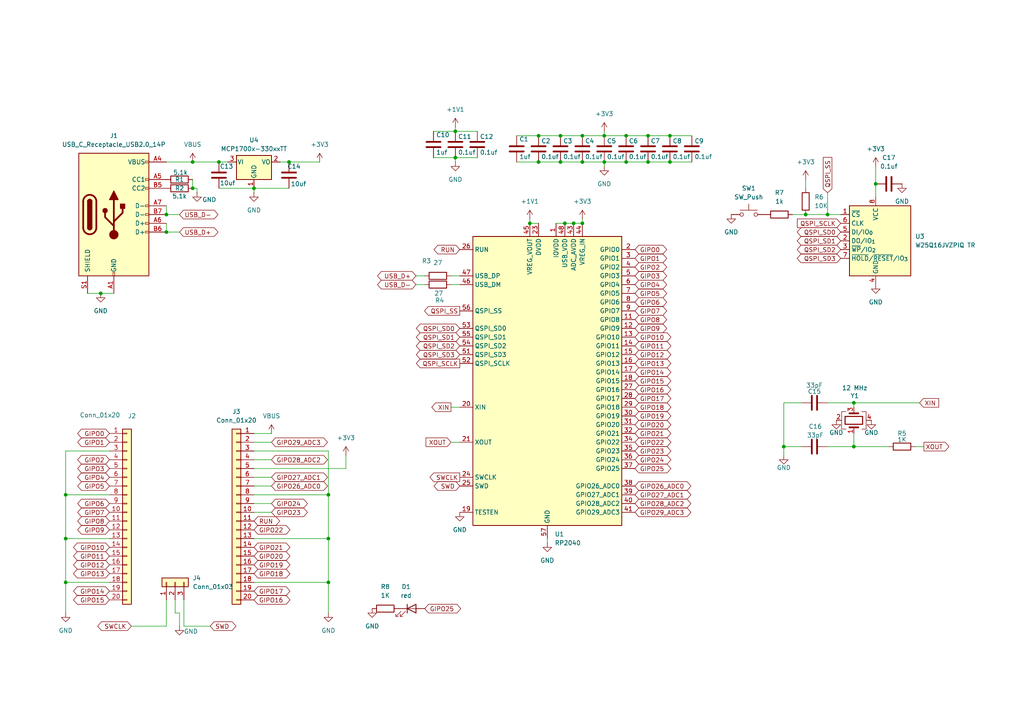
<source format=kicad_sch>
(kicad_sch (version 20250114) (generator "eeschema") (generator_version "9.0")
  (paper "A4")
  (title_block (title "RP2040 Devboard") (company "K Archer"))
  (lib_symbols
    (symbol "Conn_01x20_1" (pin_names (offset 1.016) (hide yes))
      (property "Reference" "J3" (at 0 -31.75 0))
      (property "Value" "Conn_01x20" (at 0 -29.21 0))
      (symbol "Conn_01x20_1_1_1"
        (pin passive line (at -5.08 22.86 0) (length 3.81) (name "Pin_1") (number "20"))
        (pin passive line (at -5.08 20.32 0) (length 3.81) (name "Pin_2") (number "19"))
        (pin passive line (at -5.08 17.78 0) (length 3.81) (name "Pin_3") (number "18"))
        (pin passive line (at -5.08 15.24 0) (length 3.81) (name "Pin_4") (number "17"))
        (pin passive line (at -5.08 12.7 0) (length 3.81) (name "Pin_5") (number "16"))
        (pin passive line (at -5.08 10.16 0) (length 3.81) (name "Pin_6") (number "15"))
        (pin passive line (at -5.08 7.62 0) (length 3.81) (name "Pin_7") (number "14"))
        (pin passive line (at -5.08 5.08 0) (length 3.81) (name "Pin_8") (number "13"))
        (pin passive line (at -5.08 2.54 0) (length 3.81) (name "Pin_9") (number "12"))
        (pin passive line (at -5.08 0 0) (length 3.81) (name "Pin_10") (number "11"))
        (pin passive line (at -5.08 -2.54 0) (length 3.81) (name "Pin_11") (number "10"))
        (pin passive line (at -5.08 -5.08 0) (length 3.81) (name "Pin_12") (number "9"))
        (pin passive line (at -5.08 -7.62 0) (length 3.81) (name "Pin_13") (number "8"))
        (pin passive line (at -5.08 -10.16 0) (length 3.81) (name "Pin_14") (number "7"))
        (pin passive line (at -5.08 -12.7 0) (length 3.81) (name "Pin_15") (number "6"))
        (pin passive line (at -5.08 -15.24 0) (length 3.81) (name "Pin_16") (number "5"))
        (pin passive line (at -5.08 -17.78 0) (length 3.81) (name "Pin_17") (number "4"))
        (pin passive line (at -5.08 -20.32 0) (length 3.81) (name "Pin_18") (number "3"))
        (pin passive line (at -5.08 -22.86 0) (length 3.81) (name "Pin_19") (number "2"))
        (pin passive line (at -5.08 -25.4 0) (length 3.81) (name "Pin_20") (number "1"))
      )
    )
    (symbol "Connector:USB_C_Receptacle_USB2.0_14P" (pin_names (offset 1.016))
      (property "Reference" "J" (at 0 22.225 0))
      (property "Value" "USB_C_Receptacle_USB2.0_14P" (at 0 19.685 0))
      (symbol "USB_C_Receptacle_USB2.0_14P_1_1"
        (pin passive line (at -7.62 -22.86 90) (length 5.08) (name "SHIELD") (number "S1"))
        (pin passive line (at 0 -22.86 90) (length 5.08) (name "GND") (number "A1"))
        (pin passive line (at 0 -22.86 90) (length 5.08) (hide yes) (name "GND") (number "A12"))
        (pin passive line (at 0 -22.86 90) (length 5.08) (hide yes) (name "GND") (number "B1"))
        (pin passive line (at 0 -22.86 90) (length 5.08) (hide yes) (name "GND") (number "B12"))
        (pin passive line (at 15.24 15.24 180) (length 5.08) (name "VBUS") (number "A4"))
        (pin passive line (at 15.24 15.24 180) (length 5.08) (hide yes) (name "VBUS") (number "A9"))
        (pin passive line (at 15.24 15.24 180) (length 5.08) (hide yes) (name "VBUS") (number "B4"))
        (pin passive line (at 15.24 15.24 180) (length 5.08) (hide yes) (name "VBUS") (number "B9"))
        (pin bidirectional line (at 15.24 10.16 180) (length 5.08) (name "CC1") (number "A5"))
        (pin bidirectional line (at 15.24 7.62 180) (length 5.08) (name "CC2") (number "B5"))
        (pin bidirectional line (at 15.24 2.54 180) (length 5.08) (name "D-") (number "A7"))
        (pin bidirectional line (at 15.24 0 180) (length 5.08) (name "D-") (number "B7"))
        (pin bidirectional line (at 15.24 -2.54 180) (length 5.08) (name "D+") (number "A6"))
        (pin bidirectional line (at 15.24 -5.08 180) (length 5.08) (name "D+") (number "B6"))
      )
    )
    (symbol "Connector_Generic:Conn_01x03" (pin_names (offset 1.016) (hide yes))
      (property "Reference" "J" (at 0 5.08 0))
      (property "Value" "Conn_01x03" (at 0 -5.08 0))
      (symbol "Conn_01x03_1_1"
        (pin passive line (at -5.08 2.54 0) (length 3.81) (name "Pin_1") (number "1"))
        (pin passive line (at -5.08 0 0) (length 3.81) (name "Pin_2") (number "2"))
        (pin passive line (at -5.08 -2.54 0) (length 3.81) (name "Pin_3") (number "3"))
      )
    )
    (symbol "Connector_Generic:Conn_01x20" (pin_names (offset 1.016) (hide yes))
      (property "Reference" "J" (at 0 25.4 0))
      (property "Value" "Conn_01x20" (at 0 -27.94 0))
      (symbol "Conn_01x20_1_1"
        (pin passive line (at -5.08 22.86 0) (length 3.81) (name "Pin_1") (number "1"))
        (pin passive line (at -5.08 20.32 0) (length 3.81) (name "Pin_2") (number "2"))
        (pin passive line (at -5.08 17.78 0) (length 3.81) (name "Pin_3") (number "3"))
        (pin passive line (at -5.08 15.24 0) (length 3.81) (name "Pin_4") (number "4"))
        (pin passive line (at -5.08 12.7 0) (length 3.81) (name "Pin_5") (number "5"))
        (pin passive line (at -5.08 10.16 0) (length 3.81) (name "Pin_6") (number "6"))
        (pin passive line (at -5.08 7.62 0) (length 3.81) (name "Pin_7") (number "7"))
        (pin passive line (at -5.08 5.08 0) (length 3.81) (name "Pin_8") (number "8"))
        (pin passive line (at -5.08 2.54 0) (length 3.81) (name "Pin_9") (number "9"))
        (pin passive line (at -5.08 0 0) (length 3.81) (name "Pin_10") (number "10"))
        (pin passive line (at -5.08 -2.54 0) (length 3.81) (name "Pin_11") (number "11"))
        (pin passive line (at -5.08 -5.08 0) (length 3.81) (name "Pin_12") (number "12"))
        (pin passive line (at -5.08 -7.62 0) (length 3.81) (name "Pin_13") (number "13"))
        (pin passive line (at -5.08 -10.16 0) (length 3.81) (name "Pin_14") (number "14"))
        (pin passive line (at -5.08 -12.7 0) (length 3.81) (name "Pin_15") (number "15"))
        (pin passive line (at -5.08 -15.24 0) (length 3.81) (name "Pin_16") (number "16"))
        (pin passive line (at -5.08 -17.78 0) (length 3.81) (name "Pin_17") (number "17"))
        (pin passive line (at -5.08 -20.32 0) (length 3.81) (name "Pin_18") (number "18"))
        (pin passive line (at -5.08 -22.86 0) (length 3.81) (name "Pin_19") (number "19"))
        (pin passive line (at -5.08 -25.4 0) (length 3.81) (name "Pin_20") (number "20"))
      )
    )
    (symbol "Device:C" (pin_numbers (hide yes)) (pin_names (offset 0.254))
      (property "Reference" "C" (at 0.635 2.54 0))
      (property "Value" "C" (at 0.635 -2.54 0))
      (symbol "C_1_1"
        (pin passive line (at 0 3.81 270) (length 2.794) (name "~") (number "1"))
        (pin passive line (at 0 -3.81 90) (length 2.794) (name "~") (number "2"))
      )
    )
    (symbol "Device:Crystal_GND24" (pin_names (offset 1.016) (hide yes))
      (property "Reference" "Y" (at 3.175 5.08 0))
      (property "Value" "Crystal_GND24" (at 3.175 3.175 0))
      (symbol "Crystal_GND24_1_1"
        (pin passive line (at -3.81 0 0) (length 1.27) (name "1") (number "1"))
        (pin passive line (at 0 5.08 270) (length 1.27) (name "2") (number "2"))
        (pin passive line (at 0 -5.08 90) (length 1.27) (name "4") (number "4"))
        (pin passive line (at 3.81 0 180) (length 1.27) (name "3") (number "3"))
      )
    )
    (symbol "Device:LED" (pin_numbers (hide yes)) (pin_names (offset 1.016) (hide yes))
      (property "Reference" "D" (at 0 2.54 0))
      (property "Value" "LED" (at 0 -2.54 0))
      (symbol "LED_1_1"
        (pin passive line (at -3.81 0 0) (length 2.54) (name "K") (number "1"))
        (pin passive line (at 3.81 0 180) (length 2.54) (name "A") (number "2"))
      )
    )
    (symbol "Device:R" (pin_numbers (hide yes)) (pin_names (offset 0))
      (property "Reference" "R" (at 2.032 0 90))
      (property "Value" "R" (at 0 0 90))
      (symbol "R_1_1"
        (pin passive line (at 0 3.81 270) (length 1.27) (name "~") (number "1"))
        (pin passive line (at 0 -3.81 90) (length 1.27) (name "~") (number "2"))
      )
    )
    (symbol "MCU_RaspberryPi:RP2040"
      (property "Reference" "U" (at 17.78 45.72 0))
      (property "Value" "RP2040" (at 17.78 43.18 0))
      (symbol "RP2040_1_1"
        (pin input line (at -25.4 38.1 0) (length 3.81) (name "RUN") (number "26"))
        (pin bidirectional line (at -25.4 30.48 0) (length 3.81) (name "USB_DP") (number "47"))
        (pin bidirectional line (at -25.4 27.94 0) (length 3.81) (name "USB_DM") (number "46"))
        (pin bidirectional line (at -25.4 20.32 0) (length 3.81) (name "QSPI_SS") (number "56"))
        (pin bidirectional line (at -25.4 15.24 0) (length 3.81) (name "QSPI_SD0") (number "53"))
        (pin bidirectional line (at -25.4 12.7 0) (length 3.81) (name "QSPI_SD1") (number "55"))
        (pin bidirectional line (at -25.4 10.16 0) (length 3.81) (name "QSPI_SD2") (number "54"))
        (pin bidirectional line (at -25.4 7.62 0) (length 3.81) (name "QSPI_SD3") (number "51"))
        (pin output line (at -25.4 5.08 0) (length 3.81) (name "QSPI_SCLK") (number "52"))
        (pin input line (at -25.4 -7.62 0) (length 3.81) (name "XIN") (number "20"))
        (pin passive line (at -25.4 -17.78 0) (length 3.81) (name "XOUT") (number "21"))
        (pin input line (at -25.4 -27.94 0) (length 3.81) (name "SWCLK") (number "24"))
        (pin bidirectional line (at -25.4 -30.48 0) (length 3.81) (name "SWD") (number "25"))
        (pin input line (at -25.4 -38.1 0) (length 3.81) (name "TESTEN") (number "19"))
        (pin power_out line (at -5.08 45.72 270) (length 3.81) (name "VREG_VOUT") (number "45"))
        (pin power_in line (at -2.54 45.72 270) (length 3.81) (name "DVDD") (number "23"))
        (pin passive line (at -2.54 45.72 270) (length 3.81) (hide yes) (name "DVDD") (number "50"))
        (pin power_in line (at 0 -45.72 90) (length 3.81) (name "GND") (number "57"))
        (pin power_in line (at 2.54 45.72 270) (length 3.81) (name "IOVDD") (number "1"))
        (pin passive line (at 2.54 45.72 270) (length 3.81) (hide yes) (name "IOVDD") (number "10"))
        (pin passive line (at 2.54 45.72 270) (length 3.81) (hide yes) (name "IOVDD") (number "22"))
        (pin passive line (at 2.54 45.72 270) (length 3.81) (hide yes) (name "IOVDD") (number "33"))
        (pin passive line (at 2.54 45.72 270) (length 3.81) (hide yes) (name "IOVDD") (number "42"))
        (pin passive line (at 2.54 45.72 270) (length 3.81) (hide yes) (name "IOVDD") (number "49"))
        (pin power_in line (at 5.08 45.72 270) (length 3.81) (name "USB_VDD") (number "48"))
        (pin power_in line (at 7.62 45.72 270) (length 3.81) (name "ADC_AVDD") (number "43"))
        (pin power_in line (at 10.16 45.72 270) (length 3.81) (name "VREG_IN") (number "44"))
        (pin bidirectional line (at 25.4 38.1 180) (length 3.81) (name "GPIO0") (number "2"))
        (pin bidirectional line (at 25.4 35.56 180) (length 3.81) (name "GPIO1") (number "3"))
        (pin bidirectional line (at 25.4 33.02 180) (length 3.81) (name "GPIO2") (number "4"))
        (pin bidirectional line (at 25.4 30.48 180) (length 3.81) (name "GPIO3") (number "5"))
        (pin bidirectional line (at 25.4 27.94 180) (length 3.81) (name "GPIO4") (number "6"))
        (pin bidirectional line (at 25.4 25.4 180) (length 3.81) (name "GPIO5") (number "7"))
        (pin bidirectional line (at 25.4 22.86 180) (length 3.81) (name "GPIO6") (number "8"))
        (pin bidirectional line (at 25.4 20.32 180) (length 3.81) (name "GPIO7") (number "9"))
        (pin bidirectional line (at 25.4 17.78 180) (length 3.81) (name "GPIO8") (number "11"))
        (pin bidirectional line (at 25.4 15.24 180) (length 3.81) (name "GPIO9") (number "12"))
        (pin bidirectional line (at 25.4 12.7 180) (length 3.81) (name "GPIO10") (number "13"))
        (pin bidirectional line (at 25.4 10.16 180) (length 3.81) (name "GPIO11") (number "14"))
        (pin bidirectional line (at 25.4 7.62 180) (length 3.81) (name "GPIO12") (number "15"))
        (pin bidirectional line (at 25.4 5.08 180) (length 3.81) (name "GPIO13") (number "16"))
        (pin bidirectional line (at 25.4 2.54 180) (length 3.81) (name "GPIO14") (number "17"))
        (pin bidirectional line (at 25.4 0 180) (length 3.81) (name "GPIO15") (number "18"))
        (pin bidirectional line (at 25.4 -2.54 180) (length 3.81) (name "GPIO16") (number "27"))
        (pin bidirectional line (at 25.4 -5.08 180) (length 3.81) (name "GPIO17") (number "28"))
        (pin bidirectional line (at 25.4 -7.62 180) (length 3.81) (name "GPIO18") (number "29"))
        (pin bidirectional line (at 25.4 -10.16 180) (length 3.81) (name "GPIO19") (number "30"))
        (pin bidirectional line (at 25.4 -12.7 180) (length 3.81) (name "GPIO20") (number "31"))
        (pin bidirectional line (at 25.4 -15.24 180) (length 3.81) (name "GPIO21") (number "32"))
        (pin bidirectional line (at 25.4 -17.78 180) (length 3.81) (name "GPIO22") (number "34"))
        (pin bidirectional line (at 25.4 -20.32 180) (length 3.81) (name "GPIO23") (number "35"))
        (pin bidirectional line (at 25.4 -22.86 180) (length 3.81) (name "GPIO24") (number "36"))
        (pin bidirectional line (at 25.4 -25.4 180) (length 3.81) (name "GPIO25") (number "37"))
        (pin bidirectional line (at 25.4 -30.48 180) (length 3.81) (name "GPIO26_ADC0") (number "38"))
        (pin bidirectional line (at 25.4 -33.02 180) (length 3.81) (name "GPIO27_ADC1") (number "39"))
        (pin bidirectional line (at 25.4 -35.56 180) (length 3.81) (name "GPIO28_ADC2") (number "40"))
        (pin bidirectional line (at 25.4 -38.1 180) (length 3.81) (name "GPIO29_ADC3") (number "41"))
      )
    )
    (symbol "Memory_Flash:W25Q128JVS"
      (property "Reference" "U" (at -6.35 11.43 0))
      (property "Value" "W25Q128JVS" (at 7.62 11.43 0))
      (symbol "W25Q128JVS_1_1"
        (pin input line (at -10.16 7.62 0) (length 2.54) (name "~{CS}") (number "1"))
        (pin input line (at -10.16 5.08 0) (length 2.54) (name "CLK") (number "6"))
        (pin bidirectional line (at -10.16 2.54 0) (length 2.54) (name "DI/IO_{0}") (number "5"))
        (pin bidirectional line (at -10.16 0 0) (length 2.54) (name "DO/IO_{1}") (number "2"))
        (pin bidirectional line (at -10.16 -2.54 0) (length 2.54) (name "~{WP}/IO_{2}") (number "3"))
        (pin bidirectional line (at -10.16 -5.08 0) (length 2.54) (name "~{HOLD}/~{RESET}/IO_{3}") (number "7"))
        (pin power_in line (at 0 12.7 270) (length 2.54) (name "VCC") (number "8"))
        (pin power_in line (at 0 -12.7 90) (length 2.54) (name "GND") (number "4"))
      )
    )
    (symbol "Regulator_Linear:MCP1700x-330xxTT" (pin_names (offset 0.254))
      (property "Reference" "U" (at -3.81 3.175 0))
      (property "Value" "MCP1700x-330xxTT" (at 0 3.175 0))
      (symbol "MCP1700x-330xxTT_1_1"
        (pin power_in line (at -7.62 0 0) (length 2.54) (name "VI") (number "3"))
        (pin power_in line (at 0 -7.62 90) (length 2.54) (name "GND") (number "1"))
        (pin power_out line (at 7.62 0 180) (length 2.54) (name "VO") (number "2"))
      )
    )
    (symbol "Switch:SW_Push" (pin_numbers (hide yes)) (pin_names (offset 1.016) (hide yes))
      (property "Reference" "SW" (at 1.27 2.54 0))
      (property "Value" "SW_Push" (at 0 -1.524 0))
      (symbol "SW_Push_0_1"
        (pin passive line (at -5.08 0 0) (length 2.54) (name "1") (number "1"))
        (pin passive line (at 5.08 0 180) (length 2.54) (name "2") (number "2"))
      )
    )
    (symbol "power:+1V1" (power) (pin_numbers (hide yes)) (pin_names (offset 0) (hide yes))
      (property "Value" "+1V1" (at 0 3.556 0))
      (symbol "+1V1_1_1"
        (pin power_in line (at 0 0 90) (length 0) (name "~") (number "1"))
      )
    )
    (symbol "power:+3V3" (power) (pin_numbers (hide yes)) (pin_names (offset 0) (hide yes))
      (property "Value" "+3V3" (at 0 3.556 0))
      (symbol "+3V3_1_1"
        (pin power_in line (at 0 0 90) (length 0) (name "~") (number "1"))
      )
    )
    (symbol "power:GND" (power) (pin_numbers (hide yes)) (pin_names (offset 0) (hide yes))
      (property "Value" "GND" (at 0 -3.81 0))
      (symbol "GND_1_1"
        (pin power_in line (at 0 0 270) (length 0) (name "~") (number "1"))
      )
    )
    (symbol "power:VBUS" (power) (pin_numbers (hide yes)) (pin_names (offset 0) (hide yes))
      (property "Value" "VBUS" (at 0 3.556 0))
      (symbol "VBUS_1_1"
        (pin power_in line (at 0 0 90) (length 0) (name "~") (number "1"))
      )
    )
  )
  (junction (at 19.05 143.51))
  (junction (at 55.88 54.61))
  (junction (at 162.56 46.99))
  (junction (at 233.68 62.23))
  (junction (at 175.26 46.99))
  (junction (at 55.88 46.99))
  (junction (at 153.67 64.77))
  (junction (at 247.65 116.84))
  (junction (at 163.83 64.77))
  (junction (at 95.25 156.21))
  (junction (at 48.26 62.23))
  (junction (at 63.5 46.99))
  (junction (at 194.31 39.37))
  (junction (at 166.37 64.77))
  (junction (at 181.61 39.37))
  (junction (at 181.61 46.99))
  (junction (at 19.05 156.21))
  (junction (at 227.33 129.54))
  (junction (at 168.91 64.77))
  (junction (at 168.91 46.99))
  (junction (at 168.91 39.37))
  (junction (at 187.96 46.99))
  (junction (at 194.31 46.99))
  (junction (at 48.26 67.31))
  (junction (at 95.25 168.91))
  (junction (at 156.21 46.99))
  (junction (at 175.26 39.37))
  (junction (at 83.82 46.99))
  (junction (at 247.65 129.54))
  (junction (at 73.66 54.61))
  (junction (at 132.08 38.1))
  (junction (at 187.96 39.37))
  (junction (at 162.56 39.37))
  (junction (at 29.21 85.09))
  (junction (at 132.08 45.72))
  (junction (at 95.25 143.51))
  (junction (at 19.05 168.91))
  (junction (at 156.21 39.37))
  (junction (at 240.03 62.23))
  (junction (at 254 53.34))
  (wire (pts (xy 161.29 64.77) (xy 163.83 64.77)))
  (wire (pts (xy 53.34 181.61) (xy 60.96 181.61)))
  (wire (pts (xy 25.4 85.09) (xy 29.21 85.09)))
  (wire (pts (xy 132.08 45.72) (xy 138.43 45.72)))
  (wire (pts (xy 120.65 82.55) (xy 123.19 82.55)))
  (wire (pts (xy 247.65 125.73) (xy 247.65 129.54)))
  (wire (pts (xy 149.86 39.37) (xy 156.21 39.37)))
  (wire (pts (xy 156.21 46.99) (xy 162.56 46.99)))
  (wire (pts (xy 240.03 62.23) (xy 243.84 62.23)))
  (wire (pts (xy 19.05 168.91) (xy 19.05 177.8)))
  (wire (pts (xy 125.73 45.72) (xy 132.08 45.72)))
  (wire (pts (xy 73.66 54.61) (xy 73.66 55.88)))
  (wire (pts (xy 149.86 46.99) (xy 156.21 46.99)))
  (wire (pts (xy 233.68 52.07) (xy 233.68 54.61)))
  (wire (pts (xy 181.61 46.99) (xy 187.96 46.99)))
  (wire (pts (xy 19.05 156.21) (xy 19.05 168.91)))
  (wire (pts (xy 48.26 46.99) (xy 55.88 46.99)))
  (wire (pts (xy 55.88 52.07) (xy 55.88 54.61)))
  (wire (pts (xy 73.66 130.81) (xy 95.25 130.81)))
  (wire (pts (xy 175.26 46.99) (xy 181.61 46.99)))
  (wire (pts (xy 240.03 116.84) (xy 247.65 116.84)))
  (wire (pts (xy 153.67 63.5) (xy 153.67 64.77)))
  (wire (pts (xy 153.67 64.77) (xy 156.21 64.77)))
  (wire (pts (xy 50.8 177.8) (xy 52.07 177.8)))
  (wire (pts (xy 175.26 46.99) (xy 175.26 48.26)))
  (wire (pts (xy 50.8 173.99) (xy 50.8 177.8)))
  (wire (pts (xy 168.91 46.99) (xy 175.26 46.99)))
  (wire (pts (xy 130.81 82.55) (xy 133.35 82.55)))
  (wire (pts (xy 254 53.34) (xy 254 57.15)))
  (wire (pts (xy 73.66 138.43) (xy 78.74 138.43)))
  (wire (pts (xy 175.26 38.1) (xy 175.26 39.37)))
  (wire (pts (xy 132.08 36.83) (xy 132.08 38.1)))
  (wire (pts (xy 168.91 39.37) (xy 175.26 39.37)))
  (wire (pts (xy 29.21 85.09) (xy 33.02 85.09)))
  (wire (pts (xy 240.03 55.88) (xy 240.03 62.23)))
  (wire (pts (xy 166.37 64.77) (xy 168.91 64.77)))
  (wire (pts (xy 187.96 39.37) (xy 194.31 39.37)))
  (wire (pts (xy 247.65 116.84) (xy 266.7 116.84)))
  (wire (pts (xy 240.03 129.54) (xy 247.65 129.54)))
  (wire (pts (xy 63.5 54.61) (xy 73.66 54.61)))
  (wire (pts (xy 73.66 168.91) (xy 95.25 168.91)))
  (wire (pts (xy 194.31 46.99) (xy 200.66 46.99)))
  (wire (pts (xy 125.73 38.1) (xy 132.08 38.1)))
  (wire (pts (xy 73.66 146.05) (xy 78.74 146.05)))
  (wire (pts (xy 95.25 130.81) (xy 95.25 143.51)))
  (wire (pts (xy 130.81 118.11) (xy 133.35 118.11)))
  (wire (pts (xy 175.26 39.37) (xy 181.61 39.37)))
  (wire (pts (xy 48.26 62.23) (xy 52.07 62.23)))
  (wire (pts (xy 19.05 143.51) (xy 31.75 143.51)))
  (wire (pts (xy 19.05 143.51) (xy 19.05 156.21)))
  (wire (pts (xy 73.66 135.89) (xy 100.33 135.89)))
  (wire (pts (xy 100.33 132.08) (xy 100.33 135.89)))
  (wire (pts (xy 73.66 128.27) (xy 78.74 128.27)))
  (wire (pts (xy 247.65 116.84) (xy 247.65 118.11)))
  (wire (pts (xy 73.66 133.35) (xy 78.74 133.35)))
  (wire (pts (xy 130.81 80.01) (xy 133.35 80.01)))
  (wire (pts (xy 31.75 130.81) (xy 19.05 130.81)))
  (wire (pts (xy 95.25 143.51) (xy 95.25 156.21)))
  (wire (pts (xy 52.07 177.8) (xy 52.07 181.61)))
  (wire (pts (xy 73.66 148.59) (xy 78.74 148.59)))
  (wire (pts (xy 55.88 54.61) (xy 57.15 54.61)))
  (wire (pts (xy 120.65 80.01) (xy 123.19 80.01)))
  (wire (pts (xy 55.88 46.99) (xy 63.5 46.99)))
  (wire (pts (xy 227.33 129.54) (xy 232.41 129.54)))
  (wire (pts (xy 156.21 39.37) (xy 162.56 39.37)))
  (wire (pts (xy 181.61 39.37) (xy 187.96 39.37)))
  (wire (pts (xy 57.15 54.61) (xy 57.15 55.88)))
  (wire (pts (xy 73.66 125.73) (xy 78.74 125.73)))
  (wire (pts (xy 48.26 173.99) (xy 48.26 181.61)))
  (wire (pts (xy 163.83 64.77) (xy 166.37 64.77)))
  (wire (pts (xy 254 48.26) (xy 254 53.34)))
  (wire (pts (xy 132.08 38.1) (xy 138.43 38.1)))
  (wire (pts (xy 73.66 156.21) (xy 95.25 156.21)))
  (wire (pts (xy 162.56 46.99) (xy 168.91 46.99)))
  (wire (pts (xy 229.87 62.23) (xy 233.68 62.23)))
  (wire (pts (xy 19.05 156.21) (xy 31.75 156.21)))
  (wire (pts (xy 194.31 39.37) (xy 200.66 39.37)))
  (wire (pts (xy 130.81 128.27) (xy 133.35 128.27)))
  (wire (pts (xy 83.82 46.99) (xy 92.71 46.99)))
  (wire (pts (xy 95.25 168.91) (xy 95.25 177.8)))
  (wire (pts (xy 48.26 64.77) (xy 48.26 67.31)))
  (wire (pts (xy 187.96 46.99) (xy 194.31 46.99)))
  (wire (pts (xy 158.75 157.48) (xy 158.75 156.21)))
  (wire (pts (xy 81.28 46.99) (xy 83.82 46.99)))
  (wire (pts (xy 265.43 129.54) (xy 267.97 129.54)))
  (wire (pts (xy 162.56 39.37) (xy 168.91 39.37)))
  (wire (pts (xy 232.41 116.84) (xy 227.33 116.84)))
  (wire (pts (xy 63.5 46.99) (xy 66.04 46.99)))
  (wire (pts (xy 132.08 45.72) (xy 132.08 46.99)))
  (wire (pts (xy 233.68 62.23) (xy 240.03 62.23)))
  (wire (pts (xy 247.65 129.54) (xy 257.81 129.54)))
  (wire (pts (xy 73.66 143.51) (xy 95.25 143.51)))
  (wire (pts (xy 48.26 67.31) (xy 52.07 67.31)))
  (wire (pts (xy 227.33 116.84) (xy 227.33 129.54)))
  (wire (pts (xy 95.25 156.21) (xy 95.25 168.91)))
  (wire (pts (xy 19.05 168.91) (xy 31.75 168.91)))
  (wire (pts (xy 19.05 130.81) (xy 19.05 143.51)))
  (wire (pts (xy 48.26 181.61) (xy 38.1 181.61)))
  (wire (pts (xy 168.91 63.5) (xy 168.91 64.77)))
  (wire (pts (xy 73.66 140.97) (xy 78.74 140.97)))
  (wire (pts (xy 227.33 129.54) (xy 227.33 132.08)))
  (wire (pts (xy 73.66 54.61) (xy 83.82 54.61)))
  (wire (pts (xy 53.34 181.61) (xy 53.34 173.99)))
  (wire (pts (xy 48.26 59.69) (xy 48.26 62.23)))
  (global_label "GIPO11" (shape bidirectional) (at 31.75 161.29 180) (property "Intersheetrefs" "${INTERSHEET_REFS}" (effects (hide yes))))
  (global_label "QSPI_SD2" (shape bidirectional) (at 243.84 72.39 180) (property "Intersheetrefs" "${INTERSHEET_REFS}" (effects (hide yes))))
  (global_label "GIPO9" (shape bidirectional) (at 31.75 153.67 180) (property "Intersheetrefs" "${INTERSHEET_REFS}" (effects (hide yes))))
  (global_label "GIPO13" (shape bidirectional) (at 31.75 166.37 180) (property "Intersheetrefs" "${INTERSHEET_REFS}" (effects (hide yes))))
  (global_label "GIPO4" (shape bidirectional) (at 184.15 82.55 0) (property "Intersheetrefs" "${INTERSHEET_REFS}" (effects (hide yes))))
  (global_label "GIPO18" (shape bidirectional) (at 184.15 118.11 0) (property "Intersheetrefs" "${INTERSHEET_REFS}" (effects (hide yes))))
  (global_label "GIPO22" (shape bidirectional) (at 184.15 128.27 0) (property "Intersheetrefs" "${INTERSHEET_REFS}" (effects (hide yes))))
  (global_label "USB_D+" (shape bidirectional) (at 120.65 80.01 180) (property "Intersheetrefs" "${INTERSHEET_REFS}" (effects (hide yes))))
  (global_label "GIPO19" (shape bidirectional) (at 73.66 163.83 0) (property "Intersheetrefs" "${INTERSHEET_REFS}" (effects (hide yes))))
  (global_label "GIPO19" (shape bidirectional) (at 184.15 120.65 0) (property "Intersheetrefs" "${INTERSHEET_REFS}" (effects (hide yes))))
  (global_label "GIPO17" (shape bidirectional) (at 73.66 171.45 0) (property "Intersheetrefs" "${INTERSHEET_REFS}" (effects (hide yes))))
  (global_label "GIPO7" (shape bidirectional) (at 31.75 148.59 180) (property "Intersheetrefs" "${INTERSHEET_REFS}" (effects (hide yes))))
  (global_label "GIPO10" (shape bidirectional) (at 184.15 97.79 0) (property "Intersheetrefs" "${INTERSHEET_REFS}" (effects (hide yes))))
  (global_label "QSPI_SS" (shape input) (at 240.03 55.88 90) (property "Intersheetrefs" "${INTERSHEET_REFS}" (effects (hide yes))))
  (global_label "GIPO23" (shape bidirectional) (at 184.15 130.81 0) (property "Intersheetrefs" "${INTERSHEET_REFS}" (effects (hide yes))))
  (global_label "GIPO12" (shape bidirectional) (at 31.75 163.83 180) (property "Intersheetrefs" "${INTERSHEET_REFS}" (effects (hide yes))))
  (global_label "XOUT" (shape output) (at 267.97 129.54 0) (property "Intersheetrefs" "${INTERSHEET_REFS}" (effects (hide yes))))
  (global_label "USB_D+" (shape bidirectional) (at 52.07 67.31 0) (property "Intersheetrefs" "${INTERSHEET_REFS}" (effects (hide yes))))
  (global_label "GIPO29_ADC3" (shape bidirectional) (at 184.15 148.59 0) (property "Intersheetrefs" "${INTERSHEET_REFS}" (effects (hide yes))))
  (global_label "QSPI_SD1" (shape bidirectional) (at 243.84 69.85 180) (property "Intersheetrefs" "${INTERSHEET_REFS}" (effects (hide yes))))
  (global_label "GIPO11" (shape bidirectional) (at 184.15 100.33 0) (property "Intersheetrefs" "${INTERSHEET_REFS}" (effects (hide yes))))
  (global_label "GIPO1" (shape bidirectional) (at 31.75 128.27 180) (property "Intersheetrefs" "${INTERSHEET_REFS}" (effects (hide yes))))
  (global_label "GIPO7" (shape bidirectional) (at 184.15 90.17 0) (property "Intersheetrefs" "${INTERSHEET_REFS}" (effects (hide yes))))
  (global_label "GIPO20" (shape bidirectional) (at 73.66 161.29 0) (property "Intersheetrefs" "${INTERSHEET_REFS}" (effects (hide yes))))
  (global_label "GIPO0" (shape bidirectional) (at 184.15 72.39 0) (property "Intersheetrefs" "${INTERSHEET_REFS}" (effects (hide yes))))
  (global_label "GIPO18" (shape bidirectional) (at 73.66 166.37 0) (property "Intersheetrefs" "${INTERSHEET_REFS}" (effects (hide yes))))
  (global_label "XIN" (shape input) (at 266.7 116.84 0) (property "Intersheetrefs" "${INTERSHEET_REFS}" (effects (hide yes))))
  (global_label "SWD" (shape bidirectional) (at 133.35 140.97 180) (property "Intersheetrefs" "${INTERSHEET_REFS}" (effects (hide yes))))
  (global_label "GIPO12" (shape bidirectional) (at 184.15 102.87 0) (property "Intersheetrefs" "${INTERSHEET_REFS}" (effects (hide yes))))
  (global_label "QSPI_SD1" (shape bidirectional) (at 133.35 97.79 180) (property "Intersheetrefs" "${INTERSHEET_REFS}" (effects (hide yes))))
  (global_label "GIPO8" (shape bidirectional) (at 184.15 92.71 0) (property "Intersheetrefs" "${INTERSHEET_REFS}" (effects (hide yes))))
  (global_label "RUN" (shape bidirectional) (at 73.66 151.13 0) (property "Intersheetrefs" "${INTERSHEET_REFS}" (effects (hide yes))))
  (global_label "GIPO27_ADC1" (shape bidirectional) (at 184.15 143.51 0) (property "Intersheetrefs" "${INTERSHEET_REFS}" (effects (hide yes))))
  (global_label "GIPO28_ADC2" (shape bidirectional) (at 184.15 146.05 0) (property "Intersheetrefs" "${INTERSHEET_REFS}" (effects (hide yes))))
  (global_label "QSPI_SCLK" (shape input) (at 243.84 64.77 180) (property "Intersheetrefs" "${INTERSHEET_REFS}" (effects (hide yes))))
  (global_label "GIPO21" (shape bidirectional) (at 184.15 125.73 0) (property "Intersheetrefs" "${INTERSHEET_REFS}" (effects (hide yes))))
  (global_label "GIPO2" (shape bidirectional) (at 184.15 77.47 0) (property "Intersheetrefs" "${INTERSHEET_REFS}" (effects (hide yes))))
  (global_label "GIPO26_ADC0" (shape bidirectional) (at 78.74 140.97 0) (property "Intersheetrefs" "${INTERSHEET_REFS}" (effects (hide yes))))
  (global_label "GIPO10" (shape bidirectional) (at 31.75 158.75 180) (property "Intersheetrefs" "${INTERSHEET_REFS}" (effects (hide yes))))
  (global_label "GIPO16" (shape bidirectional) (at 184.15 113.03 0) (property "Intersheetrefs" "${INTERSHEET_REFS}" (effects (hide yes))))
  (global_label "GIPO27_ADC1" (shape bidirectional) (at 78.74 138.43 0) (property "Intersheetrefs" "${INTERSHEET_REFS}" (effects (hide yes))))
  (global_label "XIN" (shape output) (at 130.81 118.11 180) (property "Intersheetrefs" "${INTERSHEET_REFS}" (effects (hide yes))))
  (global_label "GIPO20" (shape bidirectional) (at 184.15 123.19 0) (property "Intersheetrefs" "${INTERSHEET_REFS}" (effects (hide yes))))
  (global_label "GIPO26_ADC0" (shape bidirectional) (at 184.15 140.97 0) (property "Intersheetrefs" "${INTERSHEET_REFS}" (effects (hide yes))))
  (global_label "GIPO24" (shape bidirectional) (at 184.15 133.35 0) (property "Intersheetrefs" "${INTERSHEET_REFS}" (effects (hide yes))))
  (global_label "GIPO5" (shape bidirectional) (at 31.75 140.97 180) (property "Intersheetrefs" "${INTERSHEET_REFS}" (effects (hide yes))))
  (global_label "GIPO5" (shape bidirectional) (at 184.15 85.09 0) (property "Intersheetrefs" "${INTERSHEET_REFS}" (effects (hide yes))))
  (global_label "GIPO14" (shape bidirectional) (at 31.75 171.45 180) (property "Intersheetrefs" "${INTERSHEET_REFS}" (effects (hide yes))))
  (global_label "GIPO16" (shape bidirectional) (at 73.66 173.99 0) (property "Intersheetrefs" "${INTERSHEET_REFS}" (effects (hide yes))))
  (global_label "GIPO23" (shape bidirectional) (at 78.74 148.59 0) (property "Intersheetrefs" "${INTERSHEET_REFS}" (effects (hide yes))))
  (global_label "GIPO28_ADC2" (shape bidirectional) (at 78.74 133.35 0) (property "Intersheetrefs" "${INTERSHEET_REFS}" (effects (hide yes))))
  (global_label "GIPO15" (shape bidirectional) (at 184.15 110.49 0) (property "Intersheetrefs" "${INTERSHEET_REFS}" (effects (hide yes))))
  (global_label "XOUT" (shape input) (at 130.81 128.27 180) (property "Intersheetrefs" "${INTERSHEET_REFS}" (effects (hide yes))))
  (global_label "GIPO17" (shape bidirectional) (at 184.15 115.57 0) (property "Intersheetrefs" "${INTERSHEET_REFS}" (effects (hide yes))))
  (global_label "QSPI_SD3" (shape bidirectional) (at 243.84 74.93 180) (property "Intersheetrefs" "${INTERSHEET_REFS}" (effects (hide yes))))
  (global_label "GIPO0" (shape bidirectional) (at 31.75 125.73 180) (property "Intersheetrefs" "${INTERSHEET_REFS}" (effects (hide yes))))
  (global_label "GIPO29_ADC3" (shape bidirectional) (at 78.74 128.27 0) (property "Intersheetrefs" "${INTERSHEET_REFS}" (effects (hide yes))))
  (global_label "QSPI_SS" (shape output) (at 133.35 90.17 180) (property "Intersheetrefs" "${INTERSHEET_REFS}" (effects (hide yes))))
  (global_label "GIPO13" (shape bidirectional) (at 184.15 105.41 0) (property "Intersheetrefs" "${INTERSHEET_REFS}" (effects (hide yes))))
  (global_label "GIPO2" (shape bidirectional) (at 31.75 133.35 180) (property "Intersheetrefs" "${INTERSHEET_REFS}" (effects (hide yes))))
  (global_label "QSPI_SD0" (shape bidirectional) (at 133.35 95.25 180) (property "Intersheetrefs" "${INTERSHEET_REFS}" (effects (hide yes))))
  (global_label "GIPO25" (shape bidirectional) (at 184.15 135.89 0) (property "Intersheetrefs" "${INTERSHEET_REFS}" (effects (hide yes))))
  (global_label "QSPI_SD3" (shape bidirectional) (at 133.35 102.87 180) (property "Intersheetrefs" "${INTERSHEET_REFS}" (effects (hide yes))))
  (global_label "GIPO3" (shape bidirectional) (at 184.15 80.01 0) (property "Intersheetrefs" "${INTERSHEET_REFS}" (effects (hide yes))))
  (global_label "GIPO24" (shape bidirectional) (at 78.74 146.05 0) (property "Intersheetrefs" "${INTERSHEET_REFS}" (effects (hide yes))))
  (global_label "GIPO8" (shape bidirectional) (at 31.75 151.13 180) (property "Intersheetrefs" "${INTERSHEET_REFS}" (effects (hide yes))))
  (global_label "GIPO9" (shape bidirectional) (at 184.15 95.25 0) (property "Intersheetrefs" "${INTERSHEET_REFS}" (effects (hide yes))))
  (global_label "RUN" (shape bidirectional) (at 133.35 72.39 180) (property "Intersheetrefs" "${INTERSHEET_REFS}" (effects (hide yes))))
  (global_label "GIPO21" (shape bidirectional) (at 73.66 158.75 0) (property "Intersheetrefs" "${INTERSHEET_REFS}" (effects (hide yes))))
  (global_label "GIPO25" (shape bidirectional) (at 123.19 176.53 0) (property "Intersheetrefs" "${INTERSHEET_REFS}" (effects (hide yes))))
  (global_label "GIPO15" (shape bidirectional) (at 31.75 173.99 180) (property "Intersheetrefs" "${INTERSHEET_REFS}" (effects (hide yes))))
  (global_label "SWCLK" (shape output) (at 133.35 138.43 180) (property "Intersheetrefs" "${INTERSHEET_REFS}" (effects (hide yes))))
  (global_label "GIPO22" (shape bidirectional) (at 73.66 153.67 0) (property "Intersheetrefs" "${INTERSHEET_REFS}" (effects (hide yes))))
  (global_label "USB_D-" (shape bidirectional) (at 120.65 82.55 180) (property "Intersheetrefs" "${INTERSHEET_REFS}" (effects (hide yes))))
  (global_label "GIPO14" (shape bidirectional) (at 184.15 107.95 0) (property "Intersheetrefs" "${INTERSHEET_REFS}" (effects (hide yes))))
  (global_label "USB_D-" (shape bidirectional) (at 52.07 62.23 0) (property "Intersheetrefs" "${INTERSHEET_REFS}" (effects (hide yes))))
  (global_label "QSPI_SD2" (shape bidirectional) (at 133.35 100.33 180) (property "Intersheetrefs" "${INTERSHEET_REFS}" (effects (hide yes))))
  (global_label "QSPI_SD0" (shape bidirectional) (at 243.84 67.31 180) (property "Intersheetrefs" "${INTERSHEET_REFS}" (effects (hide yes))))
  (global_label "GIPO1" (shape bidirectional) (at 184.15 74.93 0) (property "Intersheetrefs" "${INTERSHEET_REFS}" (effects (hide yes))))
  (global_label "GIPO4" (shape bidirectional) (at 31.75 138.43 180) (property "Intersheetrefs" "${INTERSHEET_REFS}" (effects (hide yes))))
  (global_label "GIPO6" (shape bidirectional) (at 31.75 146.05 180) (property "Intersheetrefs" "${INTERSHEET_REFS}" (effects (hide yes))))
  (global_label "SWCLK" (shape bidirectional) (at 38.1 181.61 180) (property "Intersheetrefs" "${INTERSHEET_REFS}" (effects (hide yes))))
  (global_label "QSPI_SCLK" (shape output) (at 133.35 105.41 180) (property "Intersheetrefs" "${INTERSHEET_REFS}" (effects (hide yes))))
  (global_label "GIPO6" (shape bidirectional) (at 184.15 87.63 0) (property "Intersheetrefs" "${INTERSHEET_REFS}" (effects (hide yes))))
  (global_label "SWD" (shape bidirectional) (at 60.96 181.61 0) (property "Intersheetrefs" "${INTERSHEET_REFS}" (effects (hide yes))))
  (global_label "GIPO3" (shape bidirectional) (at 31.75 135.89 180) (property "Intersheetrefs" "${INTERSHEET_REFS}" (effects (hide yes))))
  (symbol (lib_id "power:GND") (at 254 82.55 0) (unit 1)
    (property "Reference" "#PWR017" (effects (hide yes)))
    (property "Value" "GND" (at 254 87.63 0))
    (property "Description" "Power symbol creates a global label with name \"GND\" , ground" (effects (hide yes)))
  )
  (symbol (lib_id "Device:C") (at 257.81 53.34 90) (unit 1)
    (property "Reference" "C17" (at 257.81 45.72 90))
    (property "Value" "0.1uf" (at 257.81 48.26 90))
    (property "Footprint" "Capacitor_SMD:C_0402_1005Metric" (effects (hide yes)))
    (property "Description" "Unpolarized capacitor" (effects (hide yes)))
  )
  (symbol (lib_id "Device:C") (at 181.61 43.18 0) (unit 1)
    (property "Reference" "C6" (at 182.372 40.894 0) (effects (justify left)))
    (property "Value" "0.1uf" (at 182.372 45.466 0) (effects (justify left)))
    (property "Footprint" "Capacitor_SMD:C_0402_1005Metric" (effects (hide yes)))
    (property "Description" "Unpolarized capacitor" (effects (hide yes)))
  )
  (symbol (lib_id "Device:C") (at 132.08 41.91 0) (unit 1)
    (property "Reference" "C11" (at 132.842 39.624 0) (effects (justify left)))
    (property "Value" "0.1uf" (at 132.842 44.196 0) (effects (justify left)))
    (property "Footprint" "Capacitor_SMD:C_0402_1005Metric" (effects (hide yes)))
    (property "Description" "Unpolarized capacitor" (effects (hide yes)))
  )
  (symbol (lib_id "Device:R") (at 52.07 54.61 90) (unit 1)
    (property "Reference" "R2" (at 52.07 54.61 90))
    (property "Value" "5.1k" (at 52.07 56.896 90))
    (property "Footprint" "Resistor_SMD:R_0402_1005Metric" (effects (hide yes)))
    (property "Description" "Resistor" (effects (hide yes)))
  )
  (symbol (lib_id "Device:LED") (at 119.38 176.53 0) (unit 1)
    (property "Reference" "D1" (at 117.7925 170.18 0))
    (property "Value" "red" (at 117.7925 172.72 0))
    (property "Footprint" "LED_SMD:LED_0402_1005Metric" (effects (hide yes)))
    (property "Description" "Light emitting diode" (effects (hide yes)))
    (property "Sim.Pins" "1=K 2=A" (effects (hide yes)))
  )
  (symbol (lib_id "power:GND") (at 242.57 121.92 0) (unit 1)
    (property "Reference" "#PWR014" (effects (hide yes)))
    (property "Value" "GND" (at 242.57 125.476 0))
    (property "Description" "Power symbol creates a global label with name \"GND\" , ground" (effects (hide yes)))
  )
  (symbol (lib_id "Connector_Generic:Conn_01x20") (at 36.83 148.59 0) (unit 1)
    (property "Reference" "J2" (at 37.084 120.65 0) (effects (justify left)))
    (property "Value" "Conn_01x20" (at 23.114 120.396 0) (effects (justify left)))
    (property "Footprint" "Connector_PinHeader_2.54mm:PinHeader_1x20_P2.54mm_Vertical" (effects (hide yes)))
    (property "Description" "Generic connector, single row, 01x20, script generated (kicad-library-utils/schlib/autogen/connector/)" (effects (hide yes)))
  )
  (symbol (lib_id "power:VBUS") (at 78.74 125.73 0) (unit 1)
    (property "Reference" "#PWR025" (effects (hide yes)))
    (property "Value" "VBUS" (at 78.74 120.65 0))
    (property "Description" "Power symbol creates a global label with name \"VBUS\"" (effects (hide yes)))
  )
  (symbol (lib_id "Regulator_Linear:MCP1700x-330xxTT") (at 73.66 46.99 0) (unit 1)
    (property "Reference" "U4" (at 73.66 40.64 0))
    (property "Value" "MCP1700x-330xxTT" (at 73.66 43.18 0))
    (property "Footprint" "Package_TO_SOT_SMD:SOT-23" (effects (hide yes)))
    (property "Datasheet" "http://ww1.microchip.com/downloads/en/DeviceDoc/20001826D.pdf" (effects (hide yes)))
    (property "Description" "250mA Low Quiscent Current LDO, 3.3V output, SOT-23" (effects (hide yes)))
  )
  (symbol (lib_id "Device:R") (at 111.76 176.53 270) (unit 1)
    (property "Reference" "R8" (at 111.76 170.18 90))
    (property "Value" "1K" (at 111.76 172.72 90))
    (property "Footprint" "Resistor_SMD:R_0402_1005Metric" (effects (hide yes)))
    (property "Description" "Resistor" (effects (hide yes)))
  )
  (symbol (lib_id "Device:C") (at 149.86 43.18 0) (unit 1)
    (property "Reference" "C1" (at 150.622 40.386 0) (effects (justify left)))
    (property "Value" "1uf" (at 150.622 45.466 0) (effects (justify left)))
    (property "Footprint" "Capacitor_SMD:C_0402_1005Metric" (effects (hide yes)))
    (property "Description" "Unpolarized capacitor" (effects (hide yes)))
  )
  (symbol (lib_id "power:VBUS") (at 55.88 46.99 0) (unit 1)
    (property "Reference" "#PWR011" (effects (hide yes)))
    (property "Value" "VBUS" (at 55.88 41.91 0))
    (property "Description" "Power symbol creates a global label with name \"VBUS\"" (effects (hide yes)))
  )
  (symbol (lib_id "power:+3V3") (at 175.26 38.1 0) (unit 1)
    (property "Reference" "#PWR04" (effects (hide yes)))
    (property "Value" "+3V3" (at 175.26 33.02 0))
    (property "Description" "Power symbol creates a global label with name \"+3V3\"" (effects (hide yes)))
  )
  (symbol (lib_id "Device:R") (at 226.06 62.23 90) (unit 1)
    (property "Reference" "R7" (at 226.06 55.88 90))
    (property "Value" "1k" (at 226.06 58.42 90))
    (property "Footprint" "Resistor_SMD:R_0402_1005Metric" (effects (hide yes)))
    (property "Description" "Resistor" (effects (hide yes)))
  )
  (symbol (lib_id "power:+3V3") (at 168.91 63.5 0) (unit 1)
    (property "Reference" "#PWR02" (effects (hide yes)))
    (property "Value" "+3V3" (at 168.91 58.42 0))
    (property "Description" "Power symbol creates a global label with name \"+3V3\"" (effects (hide yes)))
  )
  (symbol (lib_id "Device:C") (at 236.22 116.84 90) (unit 1)
    (property "Reference" "C15" (at 236.22 113.538 90))
    (property "Value" "33pF" (at 236.22 111.76 90))
    (property "Footprint" "Capacitor_SMD:C_0402_1005Metric" (effects (hide yes)))
    (property "Description" "Unpolarized capacitor" (effects (hide yes)))
  )
  (symbol (lib_id "Device:Crystal_GND24") (at 247.65 121.92 90) (unit 1)
    (property "Reference" "Y1" (at 247.904 114.808 90))
    (property "Value" "12 MHz" (at 247.904 112.522 90))
    (property "Footprint" "Crystal:Crystal_SMD_3225-4Pin_3.2x2.5mm" (effects (hide yes)))
    (property "Description" "Four pin crystal, GND on pins 2 and 4" (effects (hide yes)))
  )
  (symbol (lib_id "Device:C") (at 175.26 43.18 0) (unit 1)
    (property "Reference" "C5" (at 176.022 40.894 0) (effects (justify left)))
    (property "Value" "0.1uf" (at 176.022 45.466 0) (effects (justify left)))
    (property "Footprint" "Capacitor_SMD:C_0402_1005Metric" (effects (hide yes)))
    (property "Description" "Unpolarized capacitor" (effects (hide yes)))
  )
  (symbol (lib_id "power:GND") (at 133.35 148.59 0) (unit 1)
    (property "Reference" "#PWR021" (effects (hide yes)))
    (property "Value" "GND" (at 133.35 153.67 0))
    (property "Description" "Power symbol creates a global label with name \"GND\" , ground" (effects (hide yes)))
  )
  (symbol (lib_id "Device:C") (at 125.73 41.91 0) (unit 1)
    (property "Reference" "C10" (at 126.492 39.116 0) (effects (justify left)))
    (property "Value" "1uf" (at 126.492 44.196 0) (effects (justify left)))
    (property "Footprint" "Capacitor_SMD:C_0402_1005Metric" (effects (hide yes)))
    (property "Description" "Unpolarized capacitor" (effects (hide yes)))
  )
  (symbol (lib_id "Connector_Generic:Conn_01x03") (at 50.8 168.91 90) (unit 1)
    (property "Reference" "J4" (at 55.88 167.6399 90) (effects (justify right)))
    (property "Value" "Conn_01x03" (at 55.88 170.1799 90) (effects (justify right)))
    (property "Footprint" "Connector_PinHeader_2.54mm:PinHeader_1x03_P2.54mm_Vertical" (effects (hide yes)))
    (property "Description" "Generic connector, single row, 01x03, script generated (kicad-library-utils/schlib/autogen/connector/)" (effects (hide yes)))
  )
  (symbol (lib_id "Memory_Flash:W25Q128JVS") (at 254 69.85 0) (unit 1)
    (property "Reference" "U3" (at 265.43 68.5799 0) (effects (justify left)))
    (property "Value" "W25Q16JVZPIQ TR" (at 265.43 71.1199 0) (effects (justify left)))
    (property "Footprint" "Package_SON:Winbond_USON-8-1EP_3x2mm_P0.5mm_EP0.2x1.6mm" (effects (hide yes)))
    (property "Datasheet" "https://www.winbond.com/resource-files/w25q128jv_dtr%20revc%2003272018%20plus.pdf" (effects (hide yes)))
    (property "Description" "128Mbit / 16MiB Serial Flash Memory, Standard/Dual/Quad SPI, 2.7-3.6V, SOIC-8" (effects (hide yes)))
  )
  (symbol (lib_id "power:+1V1") (at 153.67 63.5 0) (unit 1)
    (property "Reference" "#PWR01" (effects (hide yes)))
    (property "Value" "+1V1" (at 153.67 58.42 0))
    (property "Description" "Power symbol creates a global label with name \"+1V1\"" (effects (hide yes)))
  )
  (symbol (lib_id "Device:R") (at 261.62 129.54 90) (unit 1)
    (property "Reference" "R5" (at 261.62 125.73 90))
    (property "Value" "1K" (at 261.62 127.508 90))
    (property "Footprint" "Resistor_SMD:R_0402_1005Metric" (effects (hide yes)))
    (property "Description" "Resistor" (effects (hide yes)))
  )
  (symbol (lib_id "power:+3V3") (at 254 48.26 0) (unit 1)
    (property "Reference" "#PWR016" (effects (hide yes)))
    (property "Value" "+3V3" (at 254 43.18 0))
    (property "Description" "Power symbol creates a global label with name \"+3V3\"" (effects (hide yes)))
  )
  (symbol (lib_id "power:GND") (at 52.07 181.61 0) (unit 1)
    (property "Reference" "#PWR024" (effects (hide yes)))
    (property "Value" "GND" (at 55.372 183.134 0))
    (property "Description" "Power symbol creates a global label with name \"GND\" , ground" (effects (hide yes)))
  )
  (symbol (lib_id "MCU_RaspberryPi:RP2040") (at 158.75 110.49 0) (unit 1)
    (property "Reference" "U1" (at 160.8933 154.94 0) (effects (justify left)))
    (property "Value" "RP2040" (at 160.8933 157.48 0) (effects (justify left)))
    (property "Footprint" "Package_DFN_QFN:QFN-56-1EP_7x7mm_P0.4mm_EP3.2x3.2mm" (effects (hide yes)))
    (property "Datasheet" "https://datasheets.raspberrypi.com/rp2040/rp2040-datasheet.pdf" (effects (hide yes)))
    (property "Description" "A microcontroller by Raspberry Pi" (effects (hide yes)))
  )
  (symbol (lib_id "Device:C") (at 156.21 43.18 0) (unit 1)
    (property "Reference" "C2" (at 156.972 40.894 0) (effects (justify left)))
    (property "Value" "0.1uf" (at 156.972 45.466 0) (effects (justify left)))
    (property "Footprint" "Capacitor_SMD:C_0402_1005Metric" (effects (hide yes)))
    (property "Description" "Unpolarized capacitor" (effects (hide yes)))
  )
  (symbol (lib_id "Device:C") (at 162.56 43.18 0) (unit 1)
    (property "Reference" "C3" (at 163.322 40.894 0) (effects (justify left)))
    (property "Value" "0.1uf" (at 163.322 45.466 0) (effects (justify left)))
    (property "Footprint" "Capacitor_SMD:C_0402_1005Metric" (effects (hide yes)))
    (property "Description" "Unpolarized capacitor" (effects (hide yes)))
  )
  (symbol (lib_id "Device:C") (at 236.22 129.54 90) (unit 1)
    (property "Reference" "C16" (at 236.474 123.698 90))
    (property "Value" "33pF" (at 236.474 126.238 90))
    (property "Footprint" "Capacitor_SMD:C_0402_1005Metric" (effects (hide yes)))
    (property "Description" "Unpolarized capacitor" (effects (hide yes)))
  )
  (symbol (lib_id "Device:C") (at 138.43 41.91 0) (unit 1)
    (property "Reference" "C12" (at 139.192 39.624 0) (effects (justify left)))
    (property "Value" "0.1uf" (at 139.192 44.196 0) (effects (justify left)))
    (property "Footprint" "Capacitor_SMD:C_0402_1005Metric" (effects (hide yes)))
    (property "Description" "Unpolarized capacitor" (effects (hide yes)))
  )
  (symbol (lib_id "power:GND") (at 29.21 85.09 0) (unit 1)
    (property "Reference" "#PWR08" (effects (hide yes)))
    (property "Value" "GND" (at 29.21 90.17 0))
    (property "Description" "Power symbol creates a global label with name \"GND\" , ground" (effects (hide yes)))
  )
  (symbol (lib_id "power:GND") (at 252.73 121.92 0) (unit 1)
    (property "Reference" "#PWR013" (effects (hide yes)))
    (property "Value" "GND" (at 252.73 125.476 0))
    (property "Description" "Power symbol creates a global label with name \"GND\" , ground" (effects (hide yes)))
  )
  (symbol (lib_id "Device:C") (at 168.91 43.18 0) (unit 1)
    (property "Reference" "C4" (at 169.672 40.894 0) (effects (justify left)))
    (property "Value" "0.1uf" (at 169.672 45.466 0) (effects (justify left)))
    (property "Footprint" "Capacitor_SMD:C_0402_1005Metric" (effects (hide yes)))
    (property "Description" "Unpolarized capacitor" (effects (hide yes)))
  )
  (symbol (lib_id "power:+3V3") (at 233.68 52.07 0) (unit 1)
    (property "Reference" "#PWR019" (effects (hide yes)))
    (property "Value" "+3V3" (at 233.68 46.99 0))
    (property "Description" "Power symbol creates a global label with name \"+3V3\"" (effects (hide yes)))
  )
  (symbol (lib_id "power:GND") (at 212.09 62.23 0) (unit 1)
    (property "Reference" "#PWR020" (effects (hide yes)))
    (property "Value" "GND" (at 212.09 67.31 0))
    (property "Description" "Power symbol creates a global label with name \"GND\" , ground" (effects (hide yes)))
  )
  (symbol (lib_id "power:GND") (at 57.15 55.88 0) (unit 1)
    (property "Reference" "#PWR012" (effects (hide yes)))
    (property "Value" "GND" (at 60.706 57.912 0))
    (property "Description" "Power symbol creates a global label with name \"GND\" , ground" (effects (hide yes)))
  )
  (symbol (lib_id "power:GND") (at 132.08 46.99 0) (unit 1)
    (property "Reference" "#PWR05" (effects (hide yes)))
    (property "Value" "GND" (at 132.08 52.07 0))
    (property "Description" "Power symbol creates a global label with name \"GND\" , ground" (effects (hide yes)))
  )
  (symbol (lib_id "Device:C") (at 63.5 50.8 0) (unit 1)
    (property "Reference" "C13" (at 63.754 48.26 0) (effects (justify left)))
    (property "Value" "10uf" (at 63.754 53.086 0) (effects (justify left)))
    (property "Footprint" "Capacitor_SMD:C_0603_1608Metric" (effects (hide yes)))
    (property "Description" "Unpolarized capacitor" (effects (hide yes)))
  )
  (symbol (lib_id "power:GND") (at 261.62 53.34 0) (unit 1)
    (property "Reference" "#PWR018" (effects (hide yes)))
    (property "Value" "GND" (at 261.62 58.42 0))
    (property "Description" "Power symbol creates a global label with name \"GND\" , ground" (effects (hide yes)))
  )
  (symbol (lib_id "Device:R") (at 127 82.55 90) (unit 1)
    (property "Reference" "R4" (at 127.508 87.122 90))
    (property "Value" "27" (at 127.254 85.09 90))
    (property "Footprint" "Resistor_SMD:R_0402_1005Metric" (effects (hide yes)))
    (property "Description" "Resistor" (effects (hide yes)))
  )
  (symbol (lib_id "Device:R") (at 233.68 58.42 0) (unit 1)
    (property "Reference" "R6" (at 236.22 57.1499 0) (effects (justify left)))
    (property "Value" "10K" (at 236.22 59.6899 0) (effects (justify left)))
    (property "Footprint" "Resistor_SMD:R_0402_1005Metric" (effects (hide yes)))
    (property "Description" "Resistor" (effects (hide yes)))
  )
  (symbol (lib_id "Device:C") (at 200.66 43.18 0) (unit 1)
    (property "Reference" "C9" (at 201.422 40.894 0) (effects (justify left)))
    (property "Value" "0.1uf" (at 201.422 45.466 0) (effects (justify left)))
    (property "Footprint" "Capacitor_SMD:C_0402_1005Metric" (effects (hide yes)))
    (property "Description" "Unpolarized capacitor" (effects (hide yes)))
  )
  (symbol (lib_id "power:+1V1") (at 132.08 36.83 0) (unit 1)
    (property "Reference" "#PWR06" (effects (hide yes)))
    (property "Value" "+1V1" (at 132.08 31.75 0))
    (property "Description" "Power symbol creates a global label with name \"+1V1\"" (effects (hide yes)))
  )
  (symbol (lib_id "power:GND") (at 227.33 132.08 0) (unit 1)
    (property "Reference" "#PWR015" (effects (hide yes)))
    (property "Value" "GND" (at 227.33 135.636 0))
    (property "Description" "Power symbol creates a global label with name \"GND\" , ground" (effects (hide yes)))
  )
  (symbol (lib_id "power:+3V3") (at 100.33 132.08 0) (unit 1)
    (property "Reference" "#PWR026" (effects (hide yes)))
    (property "Value" "+3V3" (at 100.33 127 0))
    (property "Description" "Power symbol creates a global label with name \"+3V3\"" (effects (hide yes)))
  )
  (symbol (lib_id "power:GND") (at 19.05 177.8 0) (unit 1)
    (property "Reference" "#PWR022" (effects (hide yes)))
    (property "Value" "GND" (at 19.05 182.88 0))
    (property "Description" "Power symbol creates a global label with name \"GND\" , ground" (effects (hide yes)))
  )
  (symbol (lib_id "power:GND") (at 107.95 176.53 0) (unit 1)
    (property "Reference" "#PWR027" (effects (hide yes)))
    (property "Value" "GND" (at 107.95 181.61 0))
    (property "Description" "Power symbol creates a global label with name \"GND\" , ground" (effects (hide yes)))
  )
  (symbol (lib_name "Conn_01x20_1") (lib_id "Connector_Generic:Conn_01x20") (at 68.58 151.13 180) (unit 1)
    (property "Reference" "J3" (at 68.58 119.38 0))
    (property "Value" "Conn_01x20" (at 68.58 121.92 0))
    (property "Footprint" "Connector_PinHeader_2.54mm:PinHeader_1x20_P2.54mm_Vertical" (effects (hide yes)))
    (property "Description" "Generic connector, single row, 01x20, script generated (kicad-library-utils/schlib/autogen/connector/)" (effects (hide yes)))
  )
  (symbol (lib_id "Device:R") (at 52.07 52.07 90) (unit 1)
    (property "Reference" "R1" (at 52.07 52.07 90))
    (property "Value" "5.1k" (at 52.324 50.038 90))
    (property "Footprint" "Resistor_SMD:R_0402_1005Metric" (effects (hide yes)))
    (property "Description" "Resistor" (effects (hide yes)))
  )
  (symbol (lib_id "power:GND") (at 73.66 55.88 0) (unit 1)
    (property "Reference" "#PWR09" (effects (hide yes)))
    (property "Value" "GND" (at 73.66 60.96 0))
    (property "Description" "Power symbol creates a global label with name \"GND\" , ground" (effects (hide yes)))
  )
  (symbol (lib_id "power:+3V3") (at 92.71 46.99 0) (unit 1)
    (property "Reference" "#PWR010" (effects (hide yes)))
    (property "Value" "+3V3" (at 92.71 41.91 0))
    (property "Description" "Power symbol creates a global label with name \"+3V3\"" (effects (hide yes)))
  )
  (symbol (lib_id "Switch:SW_Push") (at 217.17 62.23 0) (unit 1)
    (property "Reference" "SW1" (at 217.17 54.61 0))
    (property "Value" "SW_Push" (at 217.17 57.15 0))
    (property "Footprint" "Button_Switch_SMD:SW_Push_SPST_NO_Alps_SKRK" (effects (hide yes)))
    (property "Description" "Push button switch, generic, two pins" (effects (hide yes)))
  )
  (symbol (lib_id "Device:C") (at 83.82 50.8 0) (unit 1)
    (property "Reference" "C14" (at 83.312 48.26 0) (effects (justify left)))
    (property "Value" "10uf" (at 84.328 53.34 0) (effects (justify left)))
    (property "Footprint" "Capacitor_SMD:C_0603_1608Metric" (effects (hide yes)))
    (property "Description" "Unpolarized capacitor" (effects (hide yes)))
  )
  (symbol (lib_id "Device:C") (at 187.96 43.18 0) (unit 1)
    (property "Reference" "C7" (at 188.722 40.894 0) (effects (justify left)))
    (property "Value" "0.1uf" (at 188.722 45.466 0) (effects (justify left)))
    (property "Footprint" "Capacitor_SMD:C_0402_1005Metric" (effects (hide yes)))
    (property "Description" "Unpolarized capacitor" (effects (hide yes)))
  )
  (symbol (lib_id "Device:R") (at 127 80.01 90) (unit 1)
    (property "Reference" "R3" (at 123.698 75.692 90))
    (property "Value" "27" (at 127 76.2 90))
    (property "Footprint" "Resistor_SMD:R_0402_1005Metric" (effects (hide yes)))
    (property "Description" "Resistor" (effects (hide yes)))
  )
  (symbol (lib_id "Device:C") (at 194.31 43.18 0) (unit 1)
    (property "Reference" "C8" (at 195.072 40.894 0) (effects (justify left)))
    (property "Value" "0.1uf" (at 195.072 45.466 0) (effects (justify left)))
    (property "Footprint" "Capacitor_SMD:C_0402_1005Metric" (effects (hide yes)))
    (property "Description" "Unpolarized capacitor" (effects (hide yes)))
  )
  (symbol (lib_id "power:GND") (at 175.26 48.26 0) (unit 1)
    (property "Reference" "#PWR03" (effects (hide yes)))
    (property "Value" "GND" (at 175.26 53.34 0))
    (property "Description" "Power symbol creates a global label with name \"GND\" , ground" (effects (hide yes)))
  )
  (symbol (lib_id "Connector:USB_C_Receptacle_USB2.0_14P") (at 33.02 62.23 0) (unit 1)
    (property "Reference" "J1" (at 33.02 39.37 0))
    (property "Value" "USB_C_Receptacle_USB2.0_14P" (at 33.02 41.91 0))
    (property "Footprint" "Connector_USB:USB_C_Receptacle_HRO_TYPE-C-31-M-12" (effects (hide yes)))
    (property "Datasheet" "https://www.usb.org/sites/default/files/documents/usb_type-c.zip" (effects (hide yes)))
    (property "Description" "USB 2.0-only 14P Type-C Receptacle connector" (effects (hide yes)))
  )
  (symbol (lib_id "power:GND") (at 158.75 157.48 0) (unit 1)
    (property "Reference" "#PWR07" (effects (hide yes)))
    (property "Value" "GND" (at 158.75 162.56 0))
    (property "Description" "Power symbol creates a global label with name \"GND\" , ground" (effects (hide yes)))
  )
  (symbol (lib_id "power:GND") (at 95.25 177.8 0) (unit 1)
    (property "Reference" "#PWR023" (effects (hide yes)))
    (property "Value" "GND" (at 95.25 182.88 0))
    (property "Description" "Power symbol creates a global label with name \"GND\" , ground" (effects (hide yes)))
  )
)
</source>
